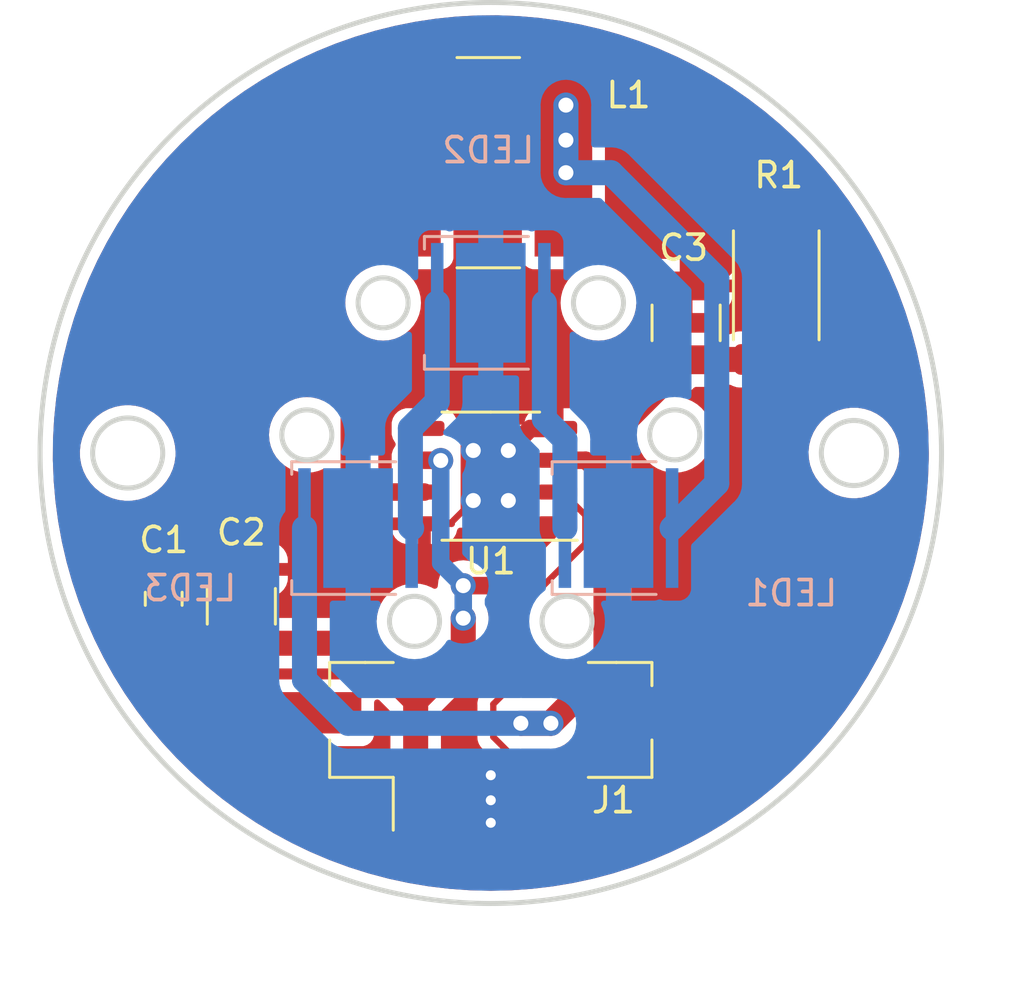
<source format=kicad_pcb>
(kicad_pcb (version 20211014) (generator pcbnew)
  (layers (0 "F.Cu" signal) (31 "B.Cu" signal) (34 "B.Paste" user) (35 "F.Paste" user) (36 "B.SilkS" user "B.Silkscreen") (37 "F.SilkS" user "F.Silkscreen") (38 "B.Mask" user) (39 "F.Mask" user) (44 "Edge.Cuts" user))
  (net 0 "")
  (net 1 "+BATT")
  (net 2 "GND")
  (net 3 "PWM")
  (net 4 "Net-(L1-Pad1)")
  (net 6 "Net-(C3-Pad1)")
  (net 7 "Net-(L1-Pad2)")
  (net 8 "Net-(LED1-Pad1)")
  (net 9 "Net-(LED2-Pad1)")
  (footprint "Resistor_SMD:R_2512_6332Metric" (layer "F.Cu") (at 132.6 93.2 90)
    (fp_text reference "R1" (at 4.4 0.1 180) (layer "F.SilkS"))
    (fp_text value "0.15")
    (fp_line (start -2.177064 1.71) (end 2.177064 1.71) (layer "F.SilkS") (width 0.12))
    (fp_line (start -2.177064 -1.71) (end 2.177064 -1.71) (layer "F.SilkS") (width 0.12))
    (pad "1" smd roundrect (at -2.9625 0 90) (size 1.225 3.35) (layers "F.Cu" "F.Paste" "F.Mask") (roundrect_rratio 0.2040816327) (net 6 "Net-(C3-Pad1)"))
    (pad "2" smd roundrect (at 2.9625 0 90) (size 1.225 3.35) (layers "F.Cu" "F.Paste" "F.Mask") (roundrect_rratio 0.2040816327) (net 2 "GND"))
  )
  (footprint "CustomLibrary:ASWPA8050S" (layer "F.Cu") (at 121.1 88.3)
    (fp_text reference "L1" (at 5.6 -2.7) (layer "F.SilkS"))
    (fp_text value "3.3uH")
    (fp_line (start 1.25 -4.2) (end -1.25 -4.2) (layer "F.SilkS") (width 0.12))
    (fp_line (start -1.25 4.2) (end 1.25 4.2) (layer "F.SilkS") (width 0.12))
    (pad "1" smd rect (at -3 0) (size 2.2 7.5) (layers "F.Cu" "F.Paste" "F.Mask") (net 4 "Net-(L1-Pad1)"))
    (pad "2" smd rect (at 3 0) (size 2.3 7.5) (layers "F.Cu" "F.Paste" "F.Mask") (net 7 "Net-(L1-Pad2)"))
  )
  (footprint "Capacitor_SMD:C_0805_2012Metric" (layer "F.Cu") (at 108.1375 105.725 90)
    (fp_text reference "C1" (at 2.35 0 180) (layer "F.SilkS"))
    (fp_text value "1uF")
    (fp_line (start -0.261252 0.735) (end 0.261252 0.735) (layer "F.SilkS") (width 0.12))
    (fp_line (start -0.261252 -0.735) (end 0.261252 -0.735) (layer "F.SilkS") (width 0.12))
    (pad "1" smd roundrect (at -0.95 0 90) (size 1 1.45) (layers "F.Cu" "F.Paste" "F.Mask") (net 1 "+BATT"))
    (pad "2" smd roundrect (at 0.95 0 90) (size 1 1.45) (layers "F.Cu" "F.Paste" "F.Mask") (net 2 "GND"))
  )
  (footprint "Package_SO:HSOP-8-1EP_3.9x4.9mm_P1.27mm_EP2.41x3.1mm" (layer "F.Cu") (at 121.2 100.825 180)
    (fp_text reference "U1" (at 0 -3.4 180) (layer "F.SilkS"))
    (fp_text value "LED2001")
    (fp_line (start 0 -2.56) (end 1.95 -2.56) (layer "F.SilkS") (width 0.12))
    (fp_line (start 0 2.56) (end -1.95 2.56) (layer "F.SilkS") (width 0.12))
    (fp_line (start 0 -2.56) (end -3.45 -2.56) (layer "F.SilkS") (width 0.12))
    (fp_line (start 0 2.56) (end 1.95 2.56) (layer "F.SilkS") (width 0.12))
    (pad "1" smd roundrect (at -2.65 -1.905 180) (size 1.6 0.6) (layers "F.Cu" "F.Paste" "F.Mask") (net 1 "+BATT"))
    (pad "2" smd roundrect (at -2.65 -0.635 180) (size 1.6 0.6) (layers "F.Cu" "F.Paste" "F.Mask") (net 3 "PWM"))
    (pad "3" smd roundrect (at -2.65 0.635 180) (size 1.6 0.6) (layers "F.Cu" "F.Paste" "F.Mask") (net 6 "Net-(C3-Pad1)"))
    (pad "4" smd roundrect (at -2.65 1.905 180) (size 1.6 0.6) (layers "F.Cu" "F.Paste" "F.Mask") (net 2 "GND"))
    (pad "5" smd roundrect (at 2.65 1.905 180) (size 1.6 0.6) (layers "F.Cu" "F.Paste" "F.Mask"))
    (pad "6" smd roundrect (at 2.65 0.635 180) (size 1.6 0.6) (layers "F.Cu" "F.Paste" "F.Mask") (net 1 "+BATT"))
    (pad "7" smd roundrect (at 2.65 -0.635 180) (size 1.6 0.6) (layers "F.Cu" "F.Paste" "F.Mask") (net 4 "Net-(L1-Pad1)"))
    (pad "8" smd roundrect (at 2.65 -1.905 180) (size 1.6 0.6) (layers "F.Cu" "F.Paste" "F.Mask") (net 2 "GND"))
    (pad "9" smd rect (at 0 0 180) (size 2.41 3.1) (layers "F.Cu" "F.Mask") (net 2 "GND"))
  )
  (footprint "Connector_Molex:Molex_Micro-Fit_3.0_43650-0324_1x03-1MP_P3.00mm_Vertical" (layer "F.Cu") (at 121.2 110.565)
    (fp_text reference "J1" (at 4.9 3.21) (layer "F.SilkS"))
    (fp_text value "Conn_01x03")
    (fp_line (start 6.435 -2.295) (end 5.015 -2.295) (layer "F.SilkS") (width 0.12))
    (fp_line (start -3.895 2.295) (end -3.895 4.405) (layer "F.SilkS") (width 0.12))
    (fp_line (start -5.015 -2.295) (end -5.015 -2.295) (layer "F.SilkS") (width 0.12))
    (fp_line (start 5.015 -2.295) (end 5.015 -2.295) (layer "F.SilkS") (width 0.12))
    (fp_line (start 5.015 -2.295) (end 3.895 -2.295) (layer "F.SilkS") (width 0.12))
    (fp_line (start -6.435 -1.37) (end -6.435 -2.295) (layer "F.SilkS") (width 0.12))
    (fp_line (start -5.015 -2.295) (end -3.895 -2.295) (layer "F.SilkS") (width 0.12))
    (fp_line (start -6.435 0.8) (end -6.435 2.295) (layer "F.SilkS") (width 0.12))
    (fp_line (start -6.435 -2.295) (end -5.015 -2.295) (layer "F.SilkS") (width 0.12))
    (fp_line (start 6.435 -1.37) (end 6.435 -2.295) (layer "F.SilkS") (width 0.12))
    (fp_line (start 6.435 0.8) (end 6.435 2.295) (layer "F.SilkS") (width 0.12))
    (fp_line (start -6.435 2.295) (end -3.895 2.295) (layer "F.SilkS") (width 0.12))
    (fp_line (start 6.435 2.295) (end 3.895 2.295) (layer "F.SilkS") (width 0.12))
    (pad "1" smd rect (at -3 3.135) (size 1.27 2.54) (layers "F.Cu" "F.Paste" "F.Mask") (net 1 "+BATT"))
    (pad "2" smd rect (at 0 3.135) (size 1.27 2.54) (layers "F.Cu" "F.Paste" "F.Mask") (net 2 "GND"))
    (pad "3" smd rect (at 3 3.135) (size 1.27 2.54) (layers "F.Cu" "F.Paste" "F.Mask") (net 3 "PWM"))
    (pad "MP" smd rect (at 6.885 -0.285) (size 3.43 1.65) (layers "F.Cu" "F.Paste" "F.Mask"))
    (pad "MP" smd rect (at -6.885 -0.285) (size 3.43 1.65) (layers "F.Cu" "F.Paste" "F.Mask"))
  )
  (footprint "Capacitor_SMD:C_1210_3225Metric" (layer "F.Cu") (at 111.2375 106.025 90)
    (fp_text reference "C2" (at 2.95 0 180) (layer "F.SilkS"))
    (fp_text value "10uF")
    (fp_line (start -0.711252 1.36) (end 0.711252 1.36) (layer "F.SilkS") (width 0.12))
    (fp_line (start -0.711252 -1.36) (end 0.711252 -1.36) (layer "F.SilkS") (width 0.12))
    (pad "1" smd roundrect (at -1.475 0 90) (size 1.15 2.7) (layers "F.Cu" "F.Paste" "F.Mask") (roundrect_rratio 0.2173913043) (net 1 "+BATT"))
    (pad "2" smd roundrect (at 1.475 0 90) (size 1.15 2.7) (layers "F.Cu" "F.Paste" "F.Mask") (roundrect_rratio 0.2173913043) (net 2 "GND"))
  )
  (footprint "Capacitor_SMD:C_1210_3225Metric" (layer "F.Cu") (at 129 94.7 90)
    (fp_text reference "C3" (at 3 -0.1 180) (layer "F.SilkS"))
    (fp_text value "4.7uF")
    (fp_line (start -0.711252 -1.36) (end 0.711252 -1.36) (layer "F.SilkS") (width 0.12))
    (fp_line (start -0.711252 1.36) (end 0.711252 1.36) (layer "F.SilkS") (width 0.12))
    (pad "1" smd roundrect (at -1.475 0 90) (size 1.15 2.7) (layers "F.Cu" "F.Paste" "F.Mask") (roundrect_rratio 0.2173913043) (net 6 "Net-(C3-Pad1)"))
    (pad "2" smd roundrect (at 1.475 0 90) (size 1.15 2.7) (layers "F.Cu" "F.Paste" "F.Mask") (roundrect_rratio 0.2173913043) (net 2 "GND"))
  )
  (footprint "LED_SMD:LED_Cree-XHP50_6V" (layer "B.Cu") (at 115.9 102.9)
    (fp_text reference "LED3" (at -6.7 2.4) (layer "B.SilkS") (effects (justify mirror)))
    (fp_text value "LED_Pad")
    (fp_line (start -2.65 -2.65) (end -2.65 -2.15) (layer "B.SilkS") (width 0.12))
    (fp_line (start -2.65 2.65) (end -2.65 2.1) (layer "B.SilkS") (width 0.12))
    (fp_line (start 1.5 -2.65) (end -2.65 -2.65) (layer "B.SilkS") (width 0.12))
    (fp_line (start 1.5 2.65) (end -2.65 2.65) (layer "B.SilkS") (width 0.12))
    (pad "1" smd rect (at -2.14 0) (size 0.5 4.78) (layers "B.Cu" "B.Mask") (net 6 "Net-(C3-Pad1)"))
    (pad "2" smd rect (at 2.14 0) (size 0.5 4.78) (layers "B.Cu" "B.Mask") (net 9 "Net-(LED2-Pad1)"))
    (pad "3" smd rect (at 0 0) (size 2.78 4.78) (layers "B.Cu" "B.Mask") (net 2 "GND"))
  )
  (footprint "LED_SMD:LED_Cree-XHP50_6V" (layer "B.Cu") (at 121.2 93.9)
    (fp_text reference "LED2" (at -0.1 -6.1) (layer "B.SilkS") (effects (justify mirror)))
    (fp_text value "LED_Pad")
    (fp_line (start -2.65 2.65) (end -2.65 2.1) (layer "B.SilkS") (width 0.12))
    (fp_line (start 1.5 -2.65) (end -2.65 -2.65) (layer "B.SilkS") (width 0.12))
    (fp_line (start -2.65 -2.65) (end -2.65 -2.15) (layer "B.SilkS") (width 0.12))
    (fp_line (start 1.5 2.65) (end -2.65 2.65) (layer "B.SilkS") (width 0.12))
    (pad "1" smd rect (at -2.14 0) (size 0.5 4.78) (layers "B.Cu" "B.Mask") (net 9 "Net-(LED2-Pad1)"))
    (pad "2" smd rect (at 2.14 0) (size 0.5 4.78) (layers "B.Cu" "B.Mask") (net 8 "Net-(LED1-Pad1)"))
    (pad "3" smd rect (at 0 0) (size 2.78 4.78) (layers "B.Cu" "B.Mask") (net 2 "GND"))
  )
  (footprint "LED_SMD:LED_Cree-XHP50_6V" (layer "B.Cu") (at 126.3 102.9)
    (fp_text reference "LED1" (at 6.9 2.6) (layer "B.SilkS") (effects (justify mirror)))
    (fp_text value "LED_Pad")
    (fp_line (start -2.65 2.65) (end -2.65 2.1) (layer "B.SilkS") (width 0.12))
    (fp_line (start -2.65 -2.65) (end -2.65 -2.15) (layer "B.SilkS") (width 0.12))
    (fp_line (start 1.5 -2.65) (end -2.65 -2.65) (layer "B.SilkS") (width 0.12))
    (fp_line (start 1.5 2.65) (end -2.65 2.65) (layer "B.SilkS") (width 0.12))
    (pad "1" smd rect (at -2.14 0) (size 0.5 4.78) (layers "B.Cu" "B.Mask") (net 8 "Net-(LED1-Pad1)"))
    (pad "2" smd rect (at 2.14 0) (size 0.5 4.78) (layers "B.Cu" "B.Mask") (net 7 "Net-(L1-Pad2)"))
    (pad "3" smd rect (at 0 0) (size 2.78 4.78) (layers "B.Cu" "B.Mask") (net 2 "GND"))
  )
  (gr_circle (center 135.7 99.9) (end 137 99.9) (layer "Edge.Cuts") (width 0.2) (fill none))
  (gr_circle (center 125.5 93.9) (end 126.5 93.9) (layer "Edge.Cuts") (width 0.2) (fill none))
  (gr_circle (center 128.546152 99.176091) (end 129.546152 99.176091) (layer "Edge.Cuts") (width 0.2) (fill none))
  (gr_circle (center 124.246152 106.623909) (end 125.246152 106.623909) (layer "Edge.Cuts") (width 0.2) (fill none))
  (gr_circle (center 118.153848 106.623909) (end 119.153848 106.623909) (layer "Edge.Cuts") (width 0.2) (fill none))
  (gr_circle (center 113.853848 99.176091) (end 114.853848 99.176091) (layer "Edge.Cuts") (width 0.2) (fill none))
  (gr_circle (center 116.9 93.9) (end 117.9 93.9) (layer "Edge.Cuts") (width 0.2) (fill none))
  (gr_circle (center 106.7 99.9) (end 108.1 99.9) (layer "Edge.Cuts") (width 0.2) (fill none))
  (gr_circle (center 121.2 99.9) (end 139.2 99.9) (layer "Edge.Cuts") (width 0.2) (fill none))
  (segment (start 118.2 109.8) (end 115.9 107.5) (width 1) (layer "F.Cu") (net 1))
  (segment (start 111.2375 107.5) (end 108.9625 107.5) (width 0.7) (layer "F.Cu") (net 1))
  (segment (start 118.2 109.8) (end 118.2 113.7) (width 1) (layer "F.Cu") (net 1))
  (segment (start 121.38 105.2) (end 120.1 105.2) (width 0.7) (layer "F.Cu") (net 1))
  (segment (start 108.9625 107.5) (end 108.1375 106.675) (width 0.7) (layer "F.Cu") (net 1))
  (segment (start 123.85 102.73) (end 121.38 105.2) (width 0.7) (layer "F.Cu") (net 1))
  (segment (start 118.55 100.19) (end 119.19 100.19) (width 0.7) (layer "F.Cu") (net 1))
  (segment (start 115.9 107.5) (end 111.2375 107.5) (width 1) (layer "F.Cu") (net 1))
  (segment (start 118.2 109.8) (end 120.1 107.9) (width 1) (layer "F.Cu") (net 1))
  (segment (start 119.19 100.19) (end 119.2 100.2) (width 0.7) (layer "F.Cu") (net 1))
  (segment (start 120.1 107.9) (end 120.1 106.5) (width 1) (layer "F.Cu") (net 1))
  (via (at 119.2 100.2) (size 1) (drill 0.6) (layers "F.Cu" "B.Cu") (net 1))
  (via (at 120.1 105.2) (size 1) (drill 0.6) (layers "F.Cu" "B.Cu") (net 1))
  (via (at 120.1 106.5) (size 1) (drill 0.6) (layers "F.Cu" "B.Cu") (net 1))
  (segment (start 120.1 106.5) (end 120.1 105.2) (width 0.7) (layer "B.Cu") (net 1))
  (segment (start 119.2 104.3) (end 120.1 105.2) (width 0.7) (layer "B.Cu") (net 1))
  (segment (start 119.2 100.2) (end 119.2 104.3) (width 0.7) (layer "B.Cu") (net 1))
  (segment (start 122.78 98.92) (end 121.9 99.8) (width 0.7) (layer "F.Cu") (net 2))
  (segment (start 119.64 102.73) (end 119.64 102.66) (width 0.25) (layer "F.Cu") (net 2))
  (segment (start 123.85 98.92) (end 122.78 98.92) (width 0.7) (layer "F.Cu") (net 2))
  (segment (start 118.55 102.73) (end 119.64 102.73) (width 0.25) (layer "F.Cu") (net 2))
  (segment (start 108.1375 104.775) (end 110.3375 104.775) (width 0.7) (layer "F.Cu") (net 2))
  (segment (start 129.6125 93.225) (end 132.6 90.2375) (width 1) (layer "F.Cu") (net 2))
  (segment (start 119.64 102.66) (end 120.5 101.8) (width 0.25) (layer "F.Cu") (net 2))
  (segment (start 129 93.225) (end 129.6125 93.225) (width 1) (layer "F.Cu") (net 2))
  (via (at 121.2 112.775) (size 0.8) (drill 0.4) (layers "F.Cu" "B.Cu") (net 2))
  (via (at 121.9 99.8) (size 1) (drill 0.6) (layers "F.Cu" "B.Cu") (net 2))
  (via (at 120.5 101.8) (size 1) (drill 0.6) (layers "F.Cu" "B.Cu") (net 2))
  (via (at 121.2 114.675) (size 0.8) (drill 0.4) (layers "F.Cu" "B.Cu") (net 2))
  (via (at 121.9 101.8) (size 1) (drill 0.6) (layers "F.Cu" "B.Cu") (net 2))
  (via (at 120.5 99.8) (size 1) (drill 0.6) (layers "F.Cu" "B.Cu") (net 2))
  (via (at 121.2 113.775) (size 0.8) (drill 0.4) (layers "F.Cu" "B.Cu") (net 2))
  (segment (start 124.97452 103.52548) (end 122.07549 106.42451) (width 0.25) (layer "F.Cu") (net 3))
  (segment (start 121.3 111.245978) (end 123.754022 113.7) (width 0.25) (layer "F.Cu") (net 3))
  (segment (start 121.3 109.933966) (end 121.3 111.245978) (width 0.25) (layer "F.Cu") (net 3))
  (segment (start 124.051072 101.46) (end 124.97452 102.383448) (width 0.25) (layer "F.Cu") (net 3))
  (segment (start 122.07549 106.42451) (end 122.07549 109.158476) (width 0.25) (layer "F.Cu") (net 3))
  (segment (start 123.754022 113.7) (end 124.2 113.7) (width 0.25) (layer "F.Cu") (net 3))
  (segment (start 122.07549 109.158476) (end 121.3 109.933966) (width 0.25) (layer "F.Cu") (net 3))
  (segment (start 124.97452 102.383448) (end 124.97452 103.52548) (width 0.25) (layer "F.Cu") (net 3))
  (segment (start 113.2 93.2) (end 113.2 94.2) (width 1) (layer "F.Cu") (net 4))
  (segment (start 118.55 101.46) (end 115.86 101.46) (width 0.7) (layer "F.Cu") (net 4))
  (segment (start 113.2 94.2) (end 115.7 96.7) (width 1) (layer "F.Cu") (net 4))
  (segment (start 115.86 101.46) (end 115.7 101.3) (width 0.7) (layer "F.Cu") (net 4))
  (segment (start 115.7 96.7) (end 115.7 101.3) (width 1) (layer "F.Cu") (net 4))
  (segment (start 118.1 88.3) (end 113.2 93.2) (width 1) (layer "F.Cu") (net 4))
  (segment (start 122.4 110.7) (end 123.6 110.7) (width 1) (layer "F.Cu") (net 6))
  (segment (start 125.8 101) (end 125.8 108.5) (width 1) (layer "F.Cu") (net 6))
  (segment (start 132.6 96.1625) (end 129.0125 96.1625) (width 1) (layer "F.Cu") (net 6))
  (segment (start 124.99 100.19) (end 125.8 101) (width 0.7) (layer "F.Cu") (net 6))
  (segment (start 129 96.175) (end 125.8 99.375) (width 1) (layer "F.Cu") (net 6))
  (segment (start 125.8 108.5) (end 123.6 110.7) (width 1) (layer "F.Cu") (net 6))
  (segment (start 125.8 99.375) (end 125.8 101) (width 1) (layer "F.Cu") (net 6))
  (segment (start 123.85 100.19) (end 124.99 100.19) (width 0.7) (layer "F.Cu") (net 6))
  (segment (start 129.0125 96.1625) (end 129 96.175) (width 1) (layer "F.Cu") (net 6))
  (via (at 123.6 110.7) (size 1) (drill 0.6) (layers "F.Cu" "B.Cu") (net 6))
  (via (at 122.4 110.7) (size 1) (drill 0.6) (layers "F.Cu" "B.Cu") (net 6))
  (segment (start 115.5 110.7) (end 123.6 110.7) (width 1) (layer "B.Cu") (net 6))
  (segment (start 113.76 102.9) (end 113.76 108.96) (width 1) (layer "B.Cu") (net 6))
  (segment (start 113.76 108.96) (end 115.5 110.7) (width 1) (layer "B.Cu") (net 6))
  (via (at 124.2 86) (size 1) (drill 0.6) (layers "F.Cu" "B.Cu") (net 7))
  (via (at 124.2 87.4) (size 1) (drill 0.6) (layers "F.Cu" "B.Cu") (net 7))
  (via (at 124.2 88.7) (size 1) (drill 0.6) (layers "F.Cu" "B.Cu") (net 7))
  (segment (start 130.2234 92.9234) (end 126 88.7) (width 1) (layer "B.Cu") (net 7))
  (segment (start 128.44 102.9) (end 130.2234 101.1166) (width 1) (layer "B.Cu") (net 7))
  (segment (start 124.2 86) (end 124.2 88.7) (width 1) (layer "B.Cu") (net 7))
  (segment (start 130.2234 101.1166) (end 130.2234 92.9234) (width 1) (layer "B.Cu") (net 7))
  (segment (start 126 88.7) (end 124.2 88.7) (width 1) (layer "B.Cu") (net 7))
  (segment (start 124.16 99.36) (end 123.34 98.54) (width 1) (layer "B.Cu") (net 8))
  (segment (start 123.34 98.54) (end 123.34 93.9) (width 1) (layer "B.Cu") (net 8))
  (segment (start 124.16 99.36) (end 124.16 102.9) (width 1) (layer "B.Cu") (net 8))
  (segment (start 117.989511 102.849511) (end 118.04 102.9) (width 1) (layer "B.Cu") (net 9))
  (segment (start 119.06 93.9) (end 119.06 97.84) (width 1) (layer "B.Cu") (net 9))
  (segment (start 117.989511 98.910489) (end 117.989511 102.849511) (width 1) (layer "B.Cu") (net 9))
  (segment (start 119.06 97.84) (end 117.989511 98.910489) (width 1) (layer "B.Cu") (net 9))
  (zone (net 2) (net_name "GND") (layer "F.Cu") (name "Ground_poor") (connect_pads (clearance 0.508)) (min_thickness 0.254) (fill yes (thermal_gap 0.508) (thermal_bridge_width 0.508))
    (polygon (pts (xy 140.2 118.3) (xy 103.1 118.7) (xy 103.2 82) (xy 138.1 82.1)))
  )
  (zone (net 2) (net_name "GND") (layer "B.Cu") (connect_pads (clearance 0.508)) (min_thickness 0.254) (fill yes (thermal_gap 0.508) (thermal_bridge_width 1))
    (polygon (pts (xy 140.4 82) (xy 142.5 119.7) (xy 101.6 121.2) (xy 101.9 82.2)))
  )
)
</source>
